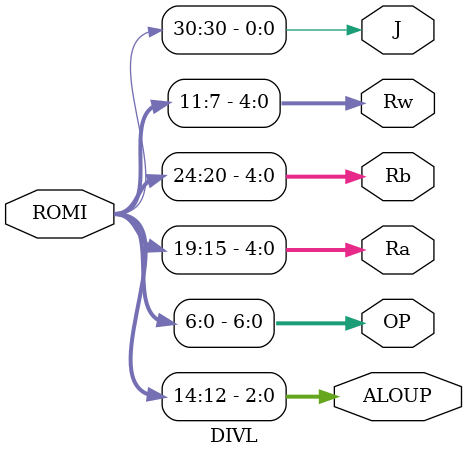
<source format=v>
module DIVL(
	 input [31:0] ROMI,
	 output [2:0] ALOUP,
	 output [6:0] OP,
	 output [4:0] Ra,
	 output [4:0] Rb, 
	 output [4:0] Rw,
	 output J
 );

assign OP=ROMI[6:0];
assign ALOUP=ROMI[14:12];
assign Ra=ROMI[19:15];
assign Rb=ROMI[24:20];
assign Rw=ROMI[11:7];
assign J=ROMI[30];
endmodule
</source>
